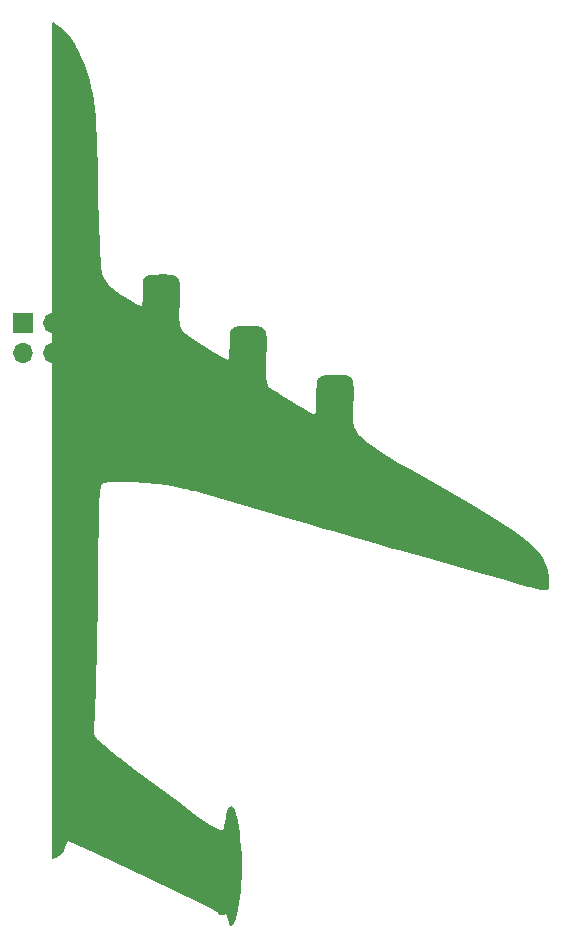
<source format=gbr>
G04 #@! TF.GenerationSoftware,KiCad,Pcbnew,(6.99.0-2452-gdb4f2d9dd8)*
G04 #@! TF.CreationDate,2022-07-29T22:14:39-05:00*
G04 #@! TF.ProjectId,an225,616e3232-352e-46b6-9963-61645f706362,rev?*
G04 #@! TF.SameCoordinates,Original*
G04 #@! TF.FileFunction,Soldermask,Top*
G04 #@! TF.FilePolarity,Negative*
%FSLAX46Y46*%
G04 Gerber Fmt 4.6, Leading zero omitted, Abs format (unit mm)*
G04 Created by KiCad (PCBNEW (6.99.0-2452-gdb4f2d9dd8)) date 2022-07-29 22:14:39*
%MOMM*%
%LPD*%
G01*
G04 APERTURE LIST*
%ADD10C,0.150000*%
%ADD11R,1.700000X1.700000*%
%ADD12O,1.700000X1.700000*%
G04 APERTURE END LIST*
D10*
G36*
X119919953Y-45909736D02*
G01*
X120082324Y-46018288D01*
X120194874Y-46099702D01*
X120324449Y-46199208D01*
X120468135Y-46316806D01*
X120623017Y-46452495D01*
X120786183Y-46606277D01*
X120954717Y-46778151D01*
X121040087Y-46870873D01*
X121125706Y-46968117D01*
X121211211Y-47069884D01*
X121296236Y-47176175D01*
X121380419Y-47286988D01*
X121463393Y-47402325D01*
X121544796Y-47522184D01*
X121624263Y-47646566D01*
X121701430Y-47775472D01*
X121775932Y-47908900D01*
X121847406Y-48046851D01*
X121915486Y-48189326D01*
X122163665Y-48742959D01*
X122384897Y-49266583D01*
X122580933Y-49772685D01*
X122753525Y-50273752D01*
X122904423Y-50782271D01*
X123035379Y-51310728D01*
X123148144Y-51871610D01*
X123244469Y-52477403D01*
X123326104Y-53140595D01*
X123394802Y-53873672D01*
X123452313Y-54689120D01*
X123500388Y-55599427D01*
X123540778Y-56617078D01*
X123575236Y-57754561D01*
X123633354Y-60438969D01*
X123680874Y-62860719D01*
X123737618Y-64694041D01*
X123776249Y-65420916D01*
X123825349Y-66037733D01*
X123887636Y-66556842D01*
X123965831Y-66990592D01*
X124062656Y-67351332D01*
X124180830Y-67651413D01*
X124323075Y-67903184D01*
X124492110Y-68118994D01*
X124690656Y-68311194D01*
X124921433Y-68492132D01*
X125490566Y-68869624D01*
X126199783Y-69322211D01*
X126483767Y-69499364D01*
X126725249Y-69643204D01*
X126927666Y-69753315D01*
X127094455Y-69829281D01*
X127165562Y-69854330D01*
X127229050Y-69870687D01*
X127285349Y-69878300D01*
X127334889Y-69877117D01*
X127378098Y-69867087D01*
X127415407Y-69848156D01*
X127447244Y-69820274D01*
X127474041Y-69783389D01*
X127496225Y-69737448D01*
X127514226Y-69682399D01*
X127528475Y-69618192D01*
X127539400Y-69544773D01*
X127552999Y-69370093D01*
X127558457Y-69157945D01*
X127558701Y-68619582D01*
X127561659Y-68164484D01*
X127568684Y-67980358D01*
X127582366Y-67822488D01*
X127592396Y-67752768D01*
X127604922Y-67688854D01*
X127620221Y-67630494D01*
X127638570Y-67577436D01*
X127660248Y-67529426D01*
X127685531Y-67486214D01*
X127714696Y-67447546D01*
X127748021Y-67413170D01*
X127785784Y-67382833D01*
X127828261Y-67356282D01*
X127875730Y-67333267D01*
X127928468Y-67313533D01*
X127986752Y-67296829D01*
X128050861Y-67282901D01*
X128121070Y-67271499D01*
X128197658Y-67262368D01*
X128371079Y-67249913D01*
X128573342Y-67243518D01*
X129073267Y-67240825D01*
X129339850Y-67241404D01*
X129573040Y-67245457D01*
X129774940Y-67256459D01*
X129864813Y-67265652D01*
X129947653Y-67277885D01*
X130023723Y-67293591D01*
X130093284Y-67313207D01*
X130156601Y-67337165D01*
X130213936Y-67365901D01*
X130265553Y-67399848D01*
X130311714Y-67439441D01*
X130352682Y-67485114D01*
X130388720Y-67537302D01*
X130420091Y-67596438D01*
X130447059Y-67662957D01*
X130469885Y-67737293D01*
X130488834Y-67819881D01*
X130504168Y-67911155D01*
X130516150Y-68011549D01*
X130525043Y-68121498D01*
X130531110Y-68241435D01*
X130535818Y-68513012D01*
X130532378Y-68829756D01*
X130509468Y-69612640D01*
X130487606Y-70397962D01*
X130486648Y-70720493D01*
X130496188Y-71003338D01*
X130519115Y-71251801D01*
X130536500Y-71364796D01*
X130558314Y-71471183D01*
X130584918Y-71571625D01*
X130616673Y-71666784D01*
X130653940Y-71757325D01*
X130697080Y-71843908D01*
X130746454Y-71927197D01*
X130802422Y-72007855D01*
X130865346Y-72086544D01*
X130935586Y-72163927D01*
X131013504Y-72240666D01*
X131099460Y-72317425D01*
X131296930Y-72473652D01*
X131530885Y-72637908D01*
X131804211Y-72815496D01*
X132480525Y-73231873D01*
X133291354Y-73722267D01*
X133984054Y-74135363D01*
X134485109Y-74427718D01*
X134640796Y-74515042D01*
X134721004Y-74555888D01*
X134730797Y-74557837D01*
X134740467Y-74555843D01*
X134750000Y-74550000D01*
X134759384Y-74540399D01*
X134768607Y-74527133D01*
X134777657Y-74510293D01*
X134786522Y-74489972D01*
X134795189Y-74466261D01*
X134811881Y-74409040D01*
X134827635Y-74339365D01*
X134842354Y-74257974D01*
X134855939Y-74165601D01*
X134868292Y-74062985D01*
X134879317Y-73950861D01*
X134888914Y-73829965D01*
X134896985Y-73701034D01*
X134903434Y-73564804D01*
X134908161Y-73422012D01*
X134911070Y-73273393D01*
X134912061Y-73119685D01*
X134915028Y-72620342D01*
X134922074Y-72418315D01*
X134935796Y-72245096D01*
X134945856Y-72168598D01*
X134958419Y-72098470D01*
X134973764Y-72034436D01*
X134992168Y-71976220D01*
X135013910Y-71923543D01*
X135039268Y-71876129D01*
X135068520Y-71833702D01*
X135101944Y-71795983D01*
X135139819Y-71762697D01*
X135182423Y-71733566D01*
X135230033Y-71708312D01*
X135282927Y-71686660D01*
X135341385Y-71668332D01*
X135405684Y-71653050D01*
X135476103Y-71640539D01*
X135552918Y-71630521D01*
X135726855Y-71616855D01*
X135929719Y-71609838D01*
X136431131Y-71606883D01*
X136698506Y-71607494D01*
X136932377Y-71611767D01*
X137134845Y-71623365D01*
X137224959Y-71633056D01*
X137308009Y-71645951D01*
X137384258Y-71662510D01*
X137453969Y-71683188D01*
X137517404Y-71708445D01*
X137574825Y-71738738D01*
X137626495Y-71774525D01*
X137672677Y-71816264D01*
X137713632Y-71864412D01*
X137749624Y-71919428D01*
X137780914Y-71981769D01*
X137807766Y-72051894D01*
X137830442Y-72130259D01*
X137849204Y-72217323D01*
X137864315Y-72313543D01*
X137876037Y-72419378D01*
X137884633Y-72535285D01*
X137890365Y-72661723D01*
X137894288Y-72948019D01*
X137889905Y-73281929D01*
X137864623Y-74107243D01*
X137838400Y-74933756D01*
X137831780Y-75270511D01*
X137831347Y-75562346D01*
X137838493Y-75813823D01*
X137854611Y-76029501D01*
X137881095Y-76213942D01*
X137919338Y-76371707D01*
X137970734Y-76507356D01*
X138001799Y-76568313D01*
X138036676Y-76625451D01*
X138118557Y-76730552D01*
X138217770Y-76827220D01*
X138335710Y-76920015D01*
X138473769Y-77013500D01*
X138815819Y-77220778D01*
X139299977Y-77510937D01*
X139851805Y-77847699D01*
X140403352Y-78189289D01*
X140886669Y-78493931D01*
X141349544Y-78787169D01*
X141535952Y-78898969D01*
X141695191Y-78985432D01*
X141765291Y-79018663D01*
X141829401Y-79044963D01*
X141887788Y-79064132D01*
X141940720Y-79075970D01*
X141988463Y-79080279D01*
X142031286Y-79076859D01*
X142069456Y-79065511D01*
X142103240Y-79046036D01*
X142132904Y-79018235D01*
X142158718Y-78981908D01*
X142180948Y-78936856D01*
X142199860Y-78882880D01*
X142215724Y-78819782D01*
X142228805Y-78747360D01*
X142239372Y-78665418D01*
X142247692Y-78573754D01*
X142258658Y-78360468D01*
X142263843Y-78105908D01*
X142265425Y-77466595D01*
X142268399Y-76897724D01*
X142275462Y-76667567D01*
X142289215Y-76470229D01*
X142299298Y-76383078D01*
X142311890Y-76303186D01*
X142327270Y-76230236D01*
X142345717Y-76163914D01*
X142367509Y-76103903D01*
X142392925Y-76049887D01*
X142422245Y-76001552D01*
X142455746Y-75958582D01*
X142493708Y-75920660D01*
X142536410Y-75887473D01*
X142584129Y-75858703D01*
X142637146Y-75834036D01*
X142695738Y-75813156D01*
X142760185Y-75795746D01*
X142830766Y-75781493D01*
X142907758Y-75770080D01*
X143082095Y-75754512D01*
X143285427Y-75746517D01*
X143787993Y-75743151D01*
X144055979Y-75743784D01*
X144290366Y-75748211D01*
X144493237Y-75760227D01*
X144583506Y-75770267D01*
X144666678Y-75783627D01*
X144743014Y-75800782D01*
X144812775Y-75822206D01*
X144876220Y-75848373D01*
X144933611Y-75879758D01*
X144985209Y-75916834D01*
X145031273Y-75960077D01*
X145072065Y-76009961D01*
X145107845Y-76066959D01*
X145138874Y-76131547D01*
X145165413Y-76204198D01*
X145187722Y-76285387D01*
X145206061Y-76375589D01*
X145220692Y-76475277D01*
X145231875Y-76584926D01*
X145239870Y-76705010D01*
X145244939Y-76836003D01*
X145247339Y-77132616D01*
X145241160Y-77478560D01*
X145211405Y-78333615D01*
X145195696Y-78790598D01*
X145192642Y-79196635D01*
X145199089Y-79383601D01*
X145212573Y-79561493D01*
X145234385Y-79731532D01*
X145265817Y-79894940D01*
X145308160Y-80052937D01*
X145362706Y-80206744D01*
X145430745Y-80357582D01*
X145513569Y-80506673D01*
X145612470Y-80655236D01*
X145728737Y-80804493D01*
X145863664Y-80955666D01*
X146018540Y-81109974D01*
X146194658Y-81268639D01*
X146393308Y-81432883D01*
X146615782Y-81603924D01*
X146863371Y-81782986D01*
X147137366Y-81971289D01*
X147439058Y-82170053D01*
X148130701Y-82603851D01*
X148948630Y-83094147D01*
X149903174Y-83650709D01*
X152263428Y-85001703D01*
X155086978Y-86630482D01*
X157300083Y-87962675D01*
X158200255Y-88536929D01*
X158974859Y-89060290D01*
X159632908Y-89540508D01*
X160183419Y-89985335D01*
X160635403Y-90402523D01*
X160997877Y-90799821D01*
X161279854Y-91184982D01*
X161490349Y-91565756D01*
X161638375Y-91949894D01*
X161732948Y-92345148D01*
X161783081Y-92759269D01*
X161797789Y-93200008D01*
X161799369Y-93279583D01*
X161803140Y-93354379D01*
X161811446Y-93488735D01*
X161813077Y-93547845D01*
X161811090Y-93601278D01*
X161804033Y-93648810D01*
X161798149Y-93670292D01*
X161790453Y-93690214D01*
X161780764Y-93708549D01*
X161768899Y-93725268D01*
X161754678Y-93740343D01*
X161737919Y-93753746D01*
X161718440Y-93765449D01*
X161696059Y-93775424D01*
X161670596Y-93783643D01*
X161641868Y-93790077D01*
X161609695Y-93794699D01*
X161573894Y-93797481D01*
X161490683Y-93797412D01*
X161390785Y-93789644D01*
X161272747Y-93773954D01*
X161135116Y-93750117D01*
X160976440Y-93717907D01*
X160795267Y-93677102D01*
X160590146Y-93627476D01*
X160359622Y-93568804D01*
X160102245Y-93500863D01*
X159501121Y-93336272D01*
X158775155Y-93131909D01*
X157912729Y-92885975D01*
X155732027Y-92262215D01*
X151611568Y-91092925D01*
X149752525Y-90576976D01*
X149675040Y-90558477D01*
X149549516Y-90525149D01*
X149180571Y-90421517D01*
X148698122Y-90281107D01*
X148154601Y-90118947D01*
X147610241Y-89956666D01*
X147125510Y-89815922D01*
X146753188Y-89711793D01*
X146546056Y-89659361D01*
X146467655Y-89640905D01*
X146343632Y-89608301D01*
X145984133Y-89507900D01*
X145518380Y-89372673D01*
X144997194Y-89217130D01*
X144462235Y-89057760D01*
X143958976Y-88912122D01*
X143543965Y-88796314D01*
X143273755Y-88726439D01*
X142855278Y-88613608D01*
X142036578Y-88380853D01*
X140935860Y-88062135D01*
X139671329Y-87691412D01*
X131876424Y-85441802D01*
X131839067Y-85435681D01*
X131798187Y-85427505D01*
X131706443Y-85405716D01*
X131602364Y-85377887D01*
X131487124Y-85345471D01*
X131227851Y-85272688D01*
X131086165Y-85235225D01*
X130938008Y-85198985D01*
X130668345Y-85116951D01*
X130344435Y-85040921D01*
X129973657Y-84971072D01*
X129563387Y-84907578D01*
X128653892Y-84800357D01*
X127674977Y-84720657D01*
X126685670Y-84669877D01*
X125744999Y-84649417D01*
X124911992Y-84660678D01*
X124554309Y-84678641D01*
X124245677Y-84705058D01*
X124195206Y-84705362D01*
X124147865Y-84707485D01*
X124125330Y-84709797D01*
X124103532Y-84713247D01*
X124082455Y-84718062D01*
X124062083Y-84724470D01*
X124042402Y-84732697D01*
X124023395Y-84742971D01*
X124005047Y-84755520D01*
X123987343Y-84770571D01*
X123970267Y-84788352D01*
X123953804Y-84809090D01*
X123937938Y-84833013D01*
X123922655Y-84860348D01*
X123907937Y-84891322D01*
X123893771Y-84926164D01*
X123880140Y-84965100D01*
X123867029Y-85008358D01*
X123854423Y-85056166D01*
X123842306Y-85108750D01*
X123830663Y-85166340D01*
X123819478Y-85229161D01*
X123808736Y-85297441D01*
X123798421Y-85371408D01*
X123779012Y-85537313D01*
X123761126Y-85728695D01*
X123744641Y-85947375D01*
X123729432Y-86195171D01*
X123715376Y-86473903D01*
X123702350Y-86785392D01*
X123690229Y-87131457D01*
X123678890Y-87513918D01*
X123668210Y-87934595D01*
X123658064Y-88395308D01*
X123648330Y-88897876D01*
X123629600Y-90035857D01*
X123611030Y-91363097D01*
X123570416Y-94643588D01*
X123512152Y-98576267D01*
X123442036Y-101937174D01*
X123368891Y-104369538D01*
X123301540Y-105516588D01*
X123276654Y-105682102D01*
X123268014Y-105758994D01*
X123263238Y-105833228D01*
X123263323Y-105905743D01*
X123269265Y-105977479D01*
X123282061Y-106049374D01*
X123291341Y-106085674D01*
X123302708Y-106122367D01*
X123316287Y-106159569D01*
X123332203Y-106197398D01*
X123350579Y-106235971D01*
X123371542Y-106275406D01*
X123421722Y-106357330D01*
X123483740Y-106444109D01*
X123558592Y-106536682D01*
X123647276Y-106635989D01*
X123750788Y-106742968D01*
X123870124Y-106858559D01*
X124006282Y-106983701D01*
X124160258Y-107119333D01*
X124333049Y-107266394D01*
X124525651Y-107425823D01*
X124739062Y-107598559D01*
X124974278Y-107785542D01*
X125232296Y-107987711D01*
X125514112Y-108206004D01*
X126153127Y-108694722D01*
X126899296Y-109259209D01*
X128744995Y-110645541D01*
X130591385Y-112027325D01*
X131981403Y-113048683D01*
X132526502Y-113434456D01*
X132982983Y-113742426D01*
X133359338Y-113976694D01*
X133664059Y-114141362D01*
X133905637Y-114240530D01*
X134005401Y-114266833D01*
X134092564Y-114278299D01*
X134168187Y-114275440D01*
X134233332Y-114258770D01*
X134289060Y-114228801D01*
X134336432Y-114186045D01*
X134376511Y-114131016D01*
X134410356Y-114064225D01*
X134463597Y-113897410D01*
X134541991Y-113445201D01*
X134575993Y-113229436D01*
X134611378Y-113036077D01*
X134648034Y-112864862D01*
X134685851Y-112715530D01*
X134724719Y-112587817D01*
X134764527Y-112481463D01*
X134805166Y-112396206D01*
X134846524Y-112331783D01*
X134888491Y-112287933D01*
X134930958Y-112264394D01*
X134952344Y-112260159D01*
X134973814Y-112260904D01*
X135016947Y-112277201D01*
X135060249Y-112313023D01*
X135103608Y-112368108D01*
X135146915Y-112442195D01*
X135190059Y-112535022D01*
X135232929Y-112646326D01*
X135275415Y-112775846D01*
X135317408Y-112923319D01*
X135358796Y-113088485D01*
X135439317Y-113470845D01*
X135516095Y-113920830D01*
X135588249Y-114436346D01*
X135654896Y-115015296D01*
X135715151Y-115655587D01*
X135768134Y-116355122D01*
X135793379Y-116913767D01*
X135797315Y-117495394D01*
X135782014Y-118088742D01*
X135749549Y-118682549D01*
X135701995Y-119265554D01*
X135641424Y-119826494D01*
X135569910Y-120354107D01*
X135489526Y-120837132D01*
X135402344Y-121264308D01*
X135310439Y-121624371D01*
X135215884Y-121906061D01*
X135120752Y-122098115D01*
X135073617Y-122157009D01*
X135027115Y-122189272D01*
X134981506Y-122193494D01*
X134937049Y-122168269D01*
X134894002Y-122112189D01*
X134852625Y-122023846D01*
X134775917Y-121744740D01*
X134755585Y-121651187D01*
X134734833Y-121565926D01*
X134713631Y-121488915D01*
X134691948Y-121420114D01*
X134669752Y-121359480D01*
X134647013Y-121306972D01*
X134623700Y-121262549D01*
X134599782Y-121226170D01*
X134587586Y-121210983D01*
X134575227Y-121197792D01*
X134562701Y-121186590D01*
X134550005Y-121177374D01*
X134537133Y-121170138D01*
X134524084Y-121164875D01*
X134510852Y-121161583D01*
X134497434Y-121160254D01*
X134483825Y-121160884D01*
X134470023Y-121163469D01*
X134456023Y-121168001D01*
X134441821Y-121174477D01*
X134427413Y-121182892D01*
X134412796Y-121193239D01*
X134382918Y-121219713D01*
X134367785Y-121234329D01*
X134352697Y-121247863D01*
X134337650Y-121260313D01*
X134322639Y-121271678D01*
X134307659Y-121281958D01*
X134292705Y-121291152D01*
X134277774Y-121299260D01*
X134262859Y-121306280D01*
X134247955Y-121312213D01*
X134233060Y-121317056D01*
X134218166Y-121320811D01*
X134203270Y-121323475D01*
X134188368Y-121325048D01*
X134173453Y-121325529D01*
X134158521Y-121324918D01*
X134143568Y-121323214D01*
X134128589Y-121320417D01*
X134113578Y-121316524D01*
X134098532Y-121311537D01*
X134083445Y-121305454D01*
X134068312Y-121298274D01*
X134053129Y-121289996D01*
X134037892Y-121280621D01*
X134022594Y-121270147D01*
X134007231Y-121258573D01*
X133991800Y-121245899D01*
X133976294Y-121232124D01*
X133960709Y-121217247D01*
X133945040Y-121201268D01*
X133929282Y-121184185D01*
X133913431Y-121165999D01*
X133897482Y-121146709D01*
X133297843Y-120802988D01*
X131855797Y-120072824D01*
X127559223Y-117986102D01*
X123237237Y-115952424D01*
X121763426Y-115288564D01*
X121119316Y-115037669D01*
X121110931Y-115038646D01*
X121102098Y-115041544D01*
X121092841Y-115046315D01*
X121083183Y-115052912D01*
X121073148Y-115061287D01*
X121062761Y-115071392D01*
X121052044Y-115083178D01*
X121041023Y-115096599D01*
X121029720Y-115111606D01*
X121018159Y-115128151D01*
X120994362Y-115165666D01*
X120969822Y-115208760D01*
X120944729Y-115257050D01*
X120919275Y-115310154D01*
X120893650Y-115367689D01*
X120868046Y-115429272D01*
X120842653Y-115494520D01*
X120817662Y-115563049D01*
X120793265Y-115634478D01*
X120769651Y-115708423D01*
X120747012Y-115784502D01*
X120728736Y-115841505D01*
X120707587Y-115895646D01*
X120683794Y-115946994D01*
X120657581Y-115995618D01*
X120629177Y-116041587D01*
X120598806Y-116084969D01*
X120566696Y-116125835D01*
X120533072Y-116164252D01*
X120498162Y-116200290D01*
X120462191Y-116234018D01*
X120425385Y-116265506D01*
X120387972Y-116294821D01*
X120312228Y-116347212D01*
X120236768Y-116391744D01*
X120163404Y-116428968D01*
X120093946Y-116459437D01*
X120030206Y-116483704D01*
X119973995Y-116502320D01*
X119891400Y-116524810D01*
X119860649Y-116531325D01*
X119860649Y-45873552D01*
X119919953Y-45909736D01*
G37*
X119919953Y-45909736D02*
X120082324Y-46018288D01*
X120194874Y-46099702D01*
X120324449Y-46199208D01*
X120468135Y-46316806D01*
X120623017Y-46452495D01*
X120786183Y-46606277D01*
X120954717Y-46778151D01*
X121040087Y-46870873D01*
X121125706Y-46968117D01*
X121211211Y-47069884D01*
X121296236Y-47176175D01*
X121380419Y-47286988D01*
X121463393Y-47402325D01*
X121544796Y-47522184D01*
X121624263Y-47646566D01*
X121701430Y-47775472D01*
X121775932Y-47908900D01*
X121847406Y-48046851D01*
X121915486Y-48189326D01*
X122163665Y-48742959D01*
X122384897Y-49266583D01*
X122580933Y-49772685D01*
X122753525Y-50273752D01*
X122904423Y-50782271D01*
X123035379Y-51310728D01*
X123148144Y-51871610D01*
X123244469Y-52477403D01*
X123326104Y-53140595D01*
X123394802Y-53873672D01*
X123452313Y-54689120D01*
X123500388Y-55599427D01*
X123540778Y-56617078D01*
X123575236Y-57754561D01*
X123633354Y-60438969D01*
X123680874Y-62860719D01*
X123737618Y-64694041D01*
X123776249Y-65420916D01*
X123825349Y-66037733D01*
X123887636Y-66556842D01*
X123965831Y-66990592D01*
X124062656Y-67351332D01*
X124180830Y-67651413D01*
X124323075Y-67903184D01*
X124492110Y-68118994D01*
X124690656Y-68311194D01*
X124921433Y-68492132D01*
X125490566Y-68869624D01*
X126199783Y-69322211D01*
X126483767Y-69499364D01*
X126725249Y-69643204D01*
X126927666Y-69753315D01*
X127094455Y-69829281D01*
X127165562Y-69854330D01*
X127229050Y-69870687D01*
X127285349Y-69878300D01*
X127334889Y-69877117D01*
X127378098Y-69867087D01*
X127415407Y-69848156D01*
X127447244Y-69820274D01*
X127474041Y-69783389D01*
X127496225Y-69737448D01*
X127514226Y-69682399D01*
X127528475Y-69618192D01*
X127539400Y-69544773D01*
X127552999Y-69370093D01*
X127558457Y-69157945D01*
X127558701Y-68619582D01*
X127561659Y-68164484D01*
X127568684Y-67980358D01*
X127582366Y-67822488D01*
X127592396Y-67752768D01*
X127604922Y-67688854D01*
X127620221Y-67630494D01*
X127638570Y-67577436D01*
X127660248Y-67529426D01*
X127685531Y-67486214D01*
X127714696Y-67447546D01*
X127748021Y-67413170D01*
X127785784Y-67382833D01*
X127828261Y-67356282D01*
X127875730Y-67333267D01*
X127928468Y-67313533D01*
X127986752Y-67296829D01*
X128050861Y-67282901D01*
X128121070Y-67271499D01*
X128197658Y-67262368D01*
X128371079Y-67249913D01*
X128573342Y-67243518D01*
X129073267Y-67240825D01*
X129339850Y-67241404D01*
X129573040Y-67245457D01*
X129774940Y-67256459D01*
X129864813Y-67265652D01*
X129947653Y-67277885D01*
X130023723Y-67293591D01*
X130093284Y-67313207D01*
X130156601Y-67337165D01*
X130213936Y-67365901D01*
X130265553Y-67399848D01*
X130311714Y-67439441D01*
X130352682Y-67485114D01*
X130388720Y-67537302D01*
X130420091Y-67596438D01*
X130447059Y-67662957D01*
X130469885Y-67737293D01*
X130488834Y-67819881D01*
X130504168Y-67911155D01*
X130516150Y-68011549D01*
X130525043Y-68121498D01*
X130531110Y-68241435D01*
X130535818Y-68513012D01*
X130532378Y-68829756D01*
X130509468Y-69612640D01*
X130487606Y-70397962D01*
X130486648Y-70720493D01*
X130496188Y-71003338D01*
X130519115Y-71251801D01*
X130536500Y-71364796D01*
X130558314Y-71471183D01*
X130584918Y-71571625D01*
X130616673Y-71666784D01*
X130653940Y-71757325D01*
X130697080Y-71843908D01*
X130746454Y-71927197D01*
X130802422Y-72007855D01*
X130865346Y-72086544D01*
X130935586Y-72163927D01*
X131013504Y-72240666D01*
X131099460Y-72317425D01*
X131296930Y-72473652D01*
X131530885Y-72637908D01*
X131804211Y-72815496D01*
X132480525Y-73231873D01*
X133291354Y-73722267D01*
X133984054Y-74135363D01*
X134485109Y-74427718D01*
X134640796Y-74515042D01*
X134721004Y-74555888D01*
X134730797Y-74557837D01*
X134740467Y-74555843D01*
X134750000Y-74550000D01*
X134759384Y-74540399D01*
X134768607Y-74527133D01*
X134777657Y-74510293D01*
X134786522Y-74489972D01*
X134795189Y-74466261D01*
X134811881Y-74409040D01*
X134827635Y-74339365D01*
X134842354Y-74257974D01*
X134855939Y-74165601D01*
X134868292Y-74062985D01*
X134879317Y-73950861D01*
X134888914Y-73829965D01*
X134896985Y-73701034D01*
X134903434Y-73564804D01*
X134908161Y-73422012D01*
X134911070Y-73273393D01*
X134912061Y-73119685D01*
X134915028Y-72620342D01*
X134922074Y-72418315D01*
X134935796Y-72245096D01*
X134945856Y-72168598D01*
X134958419Y-72098470D01*
X134973764Y-72034436D01*
X134992168Y-71976220D01*
X135013910Y-71923543D01*
X135039268Y-71876129D01*
X135068520Y-71833702D01*
X135101944Y-71795983D01*
X135139819Y-71762697D01*
X135182423Y-71733566D01*
X135230033Y-71708312D01*
X135282927Y-71686660D01*
X135341385Y-71668332D01*
X135405684Y-71653050D01*
X135476103Y-71640539D01*
X135552918Y-71630521D01*
X135726855Y-71616855D01*
X135929719Y-71609838D01*
X136431131Y-71606883D01*
X136698506Y-71607494D01*
X136932377Y-71611767D01*
X137134845Y-71623365D01*
X137224959Y-71633056D01*
X137308009Y-71645951D01*
X137384258Y-71662510D01*
X137453969Y-71683188D01*
X137517404Y-71708445D01*
X137574825Y-71738738D01*
X137626495Y-71774525D01*
X137672677Y-71816264D01*
X137713632Y-71864412D01*
X137749624Y-71919428D01*
X137780914Y-71981769D01*
X137807766Y-72051894D01*
X137830442Y-72130259D01*
X137849204Y-72217323D01*
X137864315Y-72313543D01*
X137876037Y-72419378D01*
X137884633Y-72535285D01*
X137890365Y-72661723D01*
X137894288Y-72948019D01*
X137889905Y-73281929D01*
X137864623Y-74107243D01*
X137838400Y-74933756D01*
X137831780Y-75270511D01*
X137831347Y-75562346D01*
X137838493Y-75813823D01*
X137854611Y-76029501D01*
X137881095Y-76213942D01*
X137919338Y-76371707D01*
X137970734Y-76507356D01*
X138001799Y-76568313D01*
X138036676Y-76625451D01*
X138118557Y-76730552D01*
X138217770Y-76827220D01*
X138335710Y-76920015D01*
X138473769Y-77013500D01*
X138815819Y-77220778D01*
X139299977Y-77510937D01*
X139851805Y-77847699D01*
X140403352Y-78189289D01*
X140886669Y-78493931D01*
X141349544Y-78787169D01*
X141535952Y-78898969D01*
X141695191Y-78985432D01*
X141765291Y-79018663D01*
X141829401Y-79044963D01*
X141887788Y-79064132D01*
X141940720Y-79075970D01*
X141988463Y-79080279D01*
X142031286Y-79076859D01*
X142069456Y-79065511D01*
X142103240Y-79046036D01*
X142132904Y-79018235D01*
X142158718Y-78981908D01*
X142180948Y-78936856D01*
X142199860Y-78882880D01*
X142215724Y-78819782D01*
X142228805Y-78747360D01*
X142239372Y-78665418D01*
X142247692Y-78573754D01*
X142258658Y-78360468D01*
X142263843Y-78105908D01*
X142265425Y-77466595D01*
X142268399Y-76897724D01*
X142275462Y-76667567D01*
X142289215Y-76470229D01*
X142299298Y-76383078D01*
X142311890Y-76303186D01*
X142327270Y-76230236D01*
X142345717Y-76163914D01*
X142367509Y-76103903D01*
X142392925Y-76049887D01*
X142422245Y-76001552D01*
X142455746Y-75958582D01*
X142493708Y-75920660D01*
X142536410Y-75887473D01*
X142584129Y-75858703D01*
X142637146Y-75834036D01*
X142695738Y-75813156D01*
X142760185Y-75795746D01*
X142830766Y-75781493D01*
X142907758Y-75770080D01*
X143082095Y-75754512D01*
X143285427Y-75746517D01*
X143787993Y-75743151D01*
X144055979Y-75743784D01*
X144290366Y-75748211D01*
X144493237Y-75760227D01*
X144583506Y-75770267D01*
X144666678Y-75783627D01*
X144743014Y-75800782D01*
X144812775Y-75822206D01*
X144876220Y-75848373D01*
X144933611Y-75879758D01*
X144985209Y-75916834D01*
X145031273Y-75960077D01*
X145072065Y-76009961D01*
X145107845Y-76066959D01*
X145138874Y-76131547D01*
X145165413Y-76204198D01*
X145187722Y-76285387D01*
X145206061Y-76375589D01*
X145220692Y-76475277D01*
X145231875Y-76584926D01*
X145239870Y-76705010D01*
X145244939Y-76836003D01*
X145247339Y-77132616D01*
X145241160Y-77478560D01*
X145211405Y-78333615D01*
X145195696Y-78790598D01*
X145192642Y-79196635D01*
X145199089Y-79383601D01*
X145212573Y-79561493D01*
X145234385Y-79731532D01*
X145265817Y-79894940D01*
X145308160Y-80052937D01*
X145362706Y-80206744D01*
X145430745Y-80357582D01*
X145513569Y-80506673D01*
X145612470Y-80655236D01*
X145728737Y-80804493D01*
X145863664Y-80955666D01*
X146018540Y-81109974D01*
X146194658Y-81268639D01*
X146393308Y-81432883D01*
X146615782Y-81603924D01*
X146863371Y-81782986D01*
X147137366Y-81971289D01*
X147439058Y-82170053D01*
X148130701Y-82603851D01*
X148948630Y-83094147D01*
X149903174Y-83650709D01*
X152263428Y-85001703D01*
X155086978Y-86630482D01*
X157300083Y-87962675D01*
X158200255Y-88536929D01*
X158974859Y-89060290D01*
X159632908Y-89540508D01*
X160183419Y-89985335D01*
X160635403Y-90402523D01*
X160997877Y-90799821D01*
X161279854Y-91184982D01*
X161490349Y-91565756D01*
X161638375Y-91949894D01*
X161732948Y-92345148D01*
X161783081Y-92759269D01*
X161797789Y-93200008D01*
X161799369Y-93279583D01*
X161803140Y-93354379D01*
X161811446Y-93488735D01*
X161813077Y-93547845D01*
X161811090Y-93601278D01*
X161804033Y-93648810D01*
X161798149Y-93670292D01*
X161790453Y-93690214D01*
X161780764Y-93708549D01*
X161768899Y-93725268D01*
X161754678Y-93740343D01*
X161737919Y-93753746D01*
X161718440Y-93765449D01*
X161696059Y-93775424D01*
X161670596Y-93783643D01*
X161641868Y-93790077D01*
X161609695Y-93794699D01*
X161573894Y-93797481D01*
X161490683Y-93797412D01*
X161390785Y-93789644D01*
X161272747Y-93773954D01*
X161135116Y-93750117D01*
X160976440Y-93717907D01*
X160795267Y-93677102D01*
X160590146Y-93627476D01*
X160359622Y-93568804D01*
X160102245Y-93500863D01*
X159501121Y-93336272D01*
X158775155Y-93131909D01*
X157912729Y-92885975D01*
X155732027Y-92262215D01*
X151611568Y-91092925D01*
X149752525Y-90576976D01*
X149675040Y-90558477D01*
X149549516Y-90525149D01*
X149180571Y-90421517D01*
X148698122Y-90281107D01*
X148154601Y-90118947D01*
X147610241Y-89956666D01*
X147125510Y-89815922D01*
X146753188Y-89711793D01*
X146546056Y-89659361D01*
X146467655Y-89640905D01*
X146343632Y-89608301D01*
X145984133Y-89507900D01*
X145518380Y-89372673D01*
X144997194Y-89217130D01*
X144462235Y-89057760D01*
X143958976Y-88912122D01*
X143543965Y-88796314D01*
X143273755Y-88726439D01*
X142855278Y-88613608D01*
X142036578Y-88380853D01*
X140935860Y-88062135D01*
X139671329Y-87691412D01*
X131876424Y-85441802D01*
X131839067Y-85435681D01*
X131798187Y-85427505D01*
X131706443Y-85405716D01*
X131602364Y-85377887D01*
X131487124Y-85345471D01*
X131227851Y-85272688D01*
X131086165Y-85235225D01*
X130938008Y-85198985D01*
X130668345Y-85116951D01*
X130344435Y-85040921D01*
X129973657Y-84971072D01*
X129563387Y-84907578D01*
X128653892Y-84800357D01*
X127674977Y-84720657D01*
X126685670Y-84669877D01*
X125744999Y-84649417D01*
X124911992Y-84660678D01*
X124554309Y-84678641D01*
X124245677Y-84705058D01*
X124195206Y-84705362D01*
X124147865Y-84707485D01*
X124125330Y-84709797D01*
X124103532Y-84713247D01*
X124082455Y-84718062D01*
X124062083Y-84724470D01*
X124042402Y-84732697D01*
X124023395Y-84742971D01*
X124005047Y-84755520D01*
X123987343Y-84770571D01*
X123970267Y-84788352D01*
X123953804Y-84809090D01*
X123937938Y-84833013D01*
X123922655Y-84860348D01*
X123907937Y-84891322D01*
X123893771Y-84926164D01*
X123880140Y-84965100D01*
X123867029Y-85008358D01*
X123854423Y-85056166D01*
X123842306Y-85108750D01*
X123830663Y-85166340D01*
X123819478Y-85229161D01*
X123808736Y-85297441D01*
X123798421Y-85371408D01*
X123779012Y-85537313D01*
X123761126Y-85728695D01*
X123744641Y-85947375D01*
X123729432Y-86195171D01*
X123715376Y-86473903D01*
X123702350Y-86785392D01*
X123690229Y-87131457D01*
X123678890Y-87513918D01*
X123668210Y-87934595D01*
X123658064Y-88395308D01*
X123648330Y-88897876D01*
X123629600Y-90035857D01*
X123611030Y-91363097D01*
X123570416Y-94643588D01*
X123512152Y-98576267D01*
X123442036Y-101937174D01*
X123368891Y-104369538D01*
X123301540Y-105516588D01*
X123276654Y-105682102D01*
X123268014Y-105758994D01*
X123263238Y-105833228D01*
X123263323Y-105905743D01*
X123269265Y-105977479D01*
X123282061Y-106049374D01*
X123291341Y-106085674D01*
X123302708Y-106122367D01*
X123316287Y-106159569D01*
X123332203Y-106197398D01*
X123350579Y-106235971D01*
X123371542Y-106275406D01*
X123421722Y-106357330D01*
X123483740Y-106444109D01*
X123558592Y-106536682D01*
X123647276Y-106635989D01*
X123750788Y-106742968D01*
X123870124Y-106858559D01*
X124006282Y-106983701D01*
X124160258Y-107119333D01*
X124333049Y-107266394D01*
X124525651Y-107425823D01*
X124739062Y-107598559D01*
X124974278Y-107785542D01*
X125232296Y-107987711D01*
X125514112Y-108206004D01*
X126153127Y-108694722D01*
X126899296Y-109259209D01*
X128744995Y-110645541D01*
X130591385Y-112027325D01*
X131981403Y-113048683D01*
X132526502Y-113434456D01*
X132982983Y-113742426D01*
X133359338Y-113976694D01*
X133664059Y-114141362D01*
X133905637Y-114240530D01*
X134005401Y-114266833D01*
X134092564Y-114278299D01*
X134168187Y-114275440D01*
X134233332Y-114258770D01*
X134289060Y-114228801D01*
X134336432Y-114186045D01*
X134376511Y-114131016D01*
X134410356Y-114064225D01*
X134463597Y-113897410D01*
X134541991Y-113445201D01*
X134575993Y-113229436D01*
X134611378Y-113036077D01*
X134648034Y-112864862D01*
X134685851Y-112715530D01*
X134724719Y-112587817D01*
X134764527Y-112481463D01*
X134805166Y-112396206D01*
X134846524Y-112331783D01*
X134888491Y-112287933D01*
X134930958Y-112264394D01*
X134952344Y-112260159D01*
X134973814Y-112260904D01*
X135016947Y-112277201D01*
X135060249Y-112313023D01*
X135103608Y-112368108D01*
X135146915Y-112442195D01*
X135190059Y-112535022D01*
X135232929Y-112646326D01*
X135275415Y-112775846D01*
X135317408Y-112923319D01*
X135358796Y-113088485D01*
X135439317Y-113470845D01*
X135516095Y-113920830D01*
X135588249Y-114436346D01*
X135654896Y-115015296D01*
X135715151Y-115655587D01*
X135768134Y-116355122D01*
X135793379Y-116913767D01*
X135797315Y-117495394D01*
X135782014Y-118088742D01*
X135749549Y-118682549D01*
X135701995Y-119265554D01*
X135641424Y-119826494D01*
X135569910Y-120354107D01*
X135489526Y-120837132D01*
X135402344Y-121264308D01*
X135310439Y-121624371D01*
X135215884Y-121906061D01*
X135120752Y-122098115D01*
X135073617Y-122157009D01*
X135027115Y-122189272D01*
X134981506Y-122193494D01*
X134937049Y-122168269D01*
X134894002Y-122112189D01*
X134852625Y-122023846D01*
X134775917Y-121744740D01*
X134755585Y-121651187D01*
X134734833Y-121565926D01*
X134713631Y-121488915D01*
X134691948Y-121420114D01*
X134669752Y-121359480D01*
X134647013Y-121306972D01*
X134623700Y-121262549D01*
X134599782Y-121226170D01*
X134587586Y-121210983D01*
X134575227Y-121197792D01*
X134562701Y-121186590D01*
X134550005Y-121177374D01*
X134537133Y-121170138D01*
X134524084Y-121164875D01*
X134510852Y-121161583D01*
X134497434Y-121160254D01*
X134483825Y-121160884D01*
X134470023Y-121163469D01*
X134456023Y-121168001D01*
X134441821Y-121174477D01*
X134427413Y-121182892D01*
X134412796Y-121193239D01*
X134382918Y-121219713D01*
X134367785Y-121234329D01*
X134352697Y-121247863D01*
X134337650Y-121260313D01*
X134322639Y-121271678D01*
X134307659Y-121281958D01*
X134292705Y-121291152D01*
X134277774Y-121299260D01*
X134262859Y-121306280D01*
X134247955Y-121312213D01*
X134233060Y-121317056D01*
X134218166Y-121320811D01*
X134203270Y-121323475D01*
X134188368Y-121325048D01*
X134173453Y-121325529D01*
X134158521Y-121324918D01*
X134143568Y-121323214D01*
X134128589Y-121320417D01*
X134113578Y-121316524D01*
X134098532Y-121311537D01*
X134083445Y-121305454D01*
X134068312Y-121298274D01*
X134053129Y-121289996D01*
X134037892Y-121280621D01*
X134022594Y-121270147D01*
X134007231Y-121258573D01*
X133991800Y-121245899D01*
X133976294Y-121232124D01*
X133960709Y-121217247D01*
X133945040Y-121201268D01*
X133929282Y-121184185D01*
X133913431Y-121165999D01*
X133897482Y-121146709D01*
X133297843Y-120802988D01*
X131855797Y-120072824D01*
X127559223Y-117986102D01*
X123237237Y-115952424D01*
X121763426Y-115288564D01*
X121119316Y-115037669D01*
X121110931Y-115038646D01*
X121102098Y-115041544D01*
X121092841Y-115046315D01*
X121083183Y-115052912D01*
X121073148Y-115061287D01*
X121062761Y-115071392D01*
X121052044Y-115083178D01*
X121041023Y-115096599D01*
X121029720Y-115111606D01*
X121018159Y-115128151D01*
X120994362Y-115165666D01*
X120969822Y-115208760D01*
X120944729Y-115257050D01*
X120919275Y-115310154D01*
X120893650Y-115367689D01*
X120868046Y-115429272D01*
X120842653Y-115494520D01*
X120817662Y-115563049D01*
X120793265Y-115634478D01*
X120769651Y-115708423D01*
X120747012Y-115784502D01*
X120728736Y-115841505D01*
X120707587Y-115895646D01*
X120683794Y-115946994D01*
X120657581Y-115995618D01*
X120629177Y-116041587D01*
X120598806Y-116084969D01*
X120566696Y-116125835D01*
X120533072Y-116164252D01*
X120498162Y-116200290D01*
X120462191Y-116234018D01*
X120425385Y-116265506D01*
X120387972Y-116294821D01*
X120312228Y-116347212D01*
X120236768Y-116391744D01*
X120163404Y-116428968D01*
X120093946Y-116459437D01*
X120030206Y-116483704D01*
X119973995Y-116502320D01*
X119891400Y-116524810D01*
X119860649Y-116531325D01*
X119860649Y-45873552D01*
X119919953Y-45909736D01*
D11*
X117374999Y-71224999D03*
D12*
X117374999Y-73764999D03*
X119914999Y-71224999D03*
X119914999Y-73764999D03*
X122454999Y-71224999D03*
X122454999Y-73764999D03*
M02*

</source>
